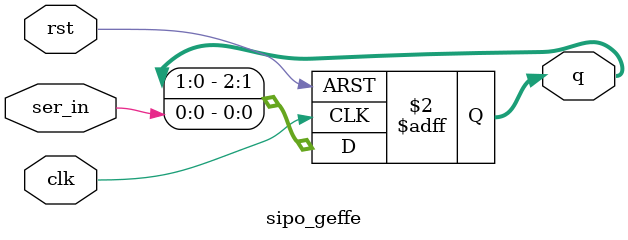
<source format=v>
module sipo_geffe(ser_in,clk,rst,q);
input ser_in,clk,rst;
output reg [2:0]q;

always @(posedge clk or posedge rst) begin
if(rst) begin
q<=0;
end

else begin
	q<={q[1:0],ser_in};
end
end
endmodule
</source>
